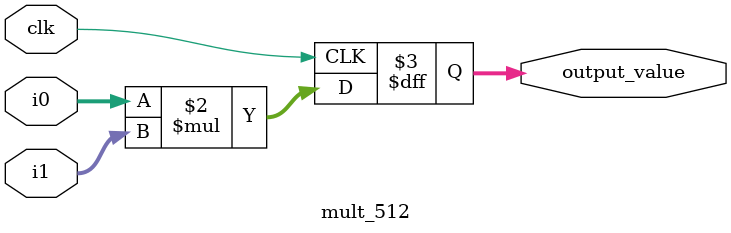
<source format=sv>
module mult_1 #(
    parameter int DW = 1
) (
    input clk,
    input logic [DW - 1:0] i0,
    input logic [DW - 1:0] i1,
    output logic [2 * DW - 1:0] output_value
);
    always_ff @(posedge clk) begin
        output_value <= i0 * i1;
    end
endmodule

module mult_2 #(
    parameter int DW = 2
) (
    input clk,
    input logic [DW - 1:0] i0,
    input logic [DW - 1:0] i1,
    output logic [2 * DW - 1:0] output_value
);
    always_ff @(posedge clk) begin
        output_value <= i0 * i1;
    end
endmodule

module mult_4 #(
    parameter int DW = 4
) (
    input clk,
    input logic [DW - 1:0] i0,
    input logic [DW - 1:0] i1,
    output logic [2 * DW - 1:0] output_value
);
    always_ff @(posedge clk) begin
        output_value <= i0 * i1;
    end
endmodule

module mult_8 #(
    parameter int DW = 8
) (
    input clk,
    input logic [DW - 1:0] i0,
    input logic [DW - 1:0] i1,
    output logic [2 * DW - 1:0] output_value
);
    always_ff @(posedge clk) begin
        output_value <= i0 * i1;
    end
endmodule

module mult_16 #(
    parameter int DW = 16
) (
    input clk,
    input logic [DW - 1:0] i0,
    input logic [DW - 1:0] i1,
    output logic [2 * DW - 1:0] output_value
);
    always_ff @(posedge clk) begin
        output_value <= i0 * i1;
    end
endmodule

module mult_32 #(
    parameter int DW = 32
) (
    input clk,
    input logic [DW - 1:0] i0,
    input logic [DW - 1:0] i1,
    output logic [2 * DW - 1:0] output_value
);
    always_ff @(posedge clk) begin
        output_value <= i0 * i1;
    end
endmodule

module mult_64 #(
    parameter int DW = 64
) (
    input clk,
    input logic [DW - 1:0] i0,
    input logic [DW - 1:0] i1,
    output logic [2 * DW - 1:0] output_value
);
    always_ff @(posedge clk) begin
        output_value <= i0 * i1;
    end
endmodule

module mult_128 #(
    parameter int DW = 128
) (
    input clk,
    input logic [DW - 1:0] i0,
    input logic [DW - 1:0] i1,
    output logic [2 * DW - 1:0] output_value
);
    always_ff @(posedge clk) begin
        output_value <= i0 * i1;
    end
endmodule

module mult_256 #(
    parameter int DW = 256
) (
    input clk,
    input logic [DW - 1:0] i0,
    input logic [DW - 1:0] i1,
    output logic [2 * DW - 1:0] output_value
);
    always_ff @(posedge clk) begin
        output_value <= i0 * i1;
    end
endmodule

module mult_512 #(
    parameter int DW = 512
) (
    input clk,
    input logic [DW - 1:0] i0,
    input logic [DW - 1:0] i1,
    output logic [2 * DW - 1:0] output_value
);
    always_ff @(posedge clk) begin
        output_value <= i0 * i1;
    end
endmodule
</source>
